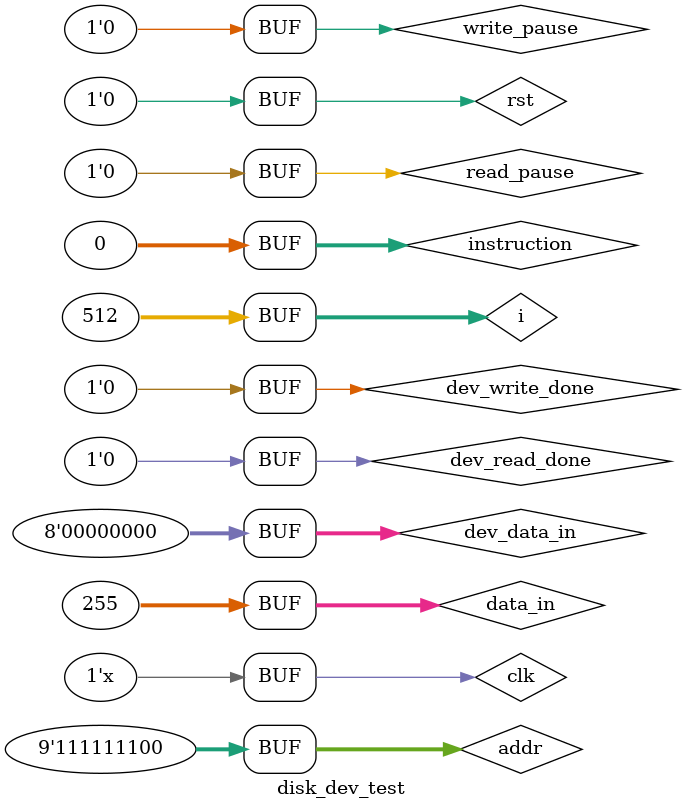
<source format=v>
`timescale 1ns / 1ps


module disk_dev_test;

	// Inputs
	reg clk;
	reg rst;
	reg [8:0] addr;
	reg [31:0] data_in;
	reg [31:0] instruction;
	reg write_pause;
	reg read_pause;
	reg dev_read_done;
	reg dev_write_done;
	reg [7:0] dev_data_in;

	// Outputs
	wire [31:0] data_out;
	wire operate_done;
	wire dev_enable;
	wire dev_we;
	wire [7:0] dev_data_out;

	// Instantiate the Unit Under Test (UUT)
	disk_dev uut (
		.clk(clk), 
		.rst(rst), 
		.addr(addr), 
		.data_in(data_in), 
		.data_out(data_out), 
		.instruction(instruction), 
		.write_pause(write_pause), 
		.read_pause(read_pause), 
		.operate_done(operate_done), 
		.dev_read_done(dev_read_done), 
		.dev_write_done(dev_write_done), 
		.dev_enable(dev_enable), 
		.dev_we(dev_we), 
		.dev_data_out(dev_data_out), 
		.dev_data_in(dev_data_in)
	);

    integer i;
	initial begin
		// Initialize Inputs
		clk = 0;
		rst = 1;
		addr = 0;
		data_in = 0;
		instruction = 0;
		write_pause = 0;
		read_pause = 0;
		dev_read_done = 0;
		dev_write_done = 0;
		dev_data_in = 0;

		// Wait 100 ns for global reset to finish
		#100;
        
		// Add stimulus here
        rst = 0;
        instruction = 32'h80000000;
        for (i = 0; i < 512; i = i + 1) begin
            addr = i;
            data_in = i % 256;
            #4;
        end

        instruction = 32'h00000000;
        for (i = 0; i < 512; i = i + 1) begin
            addr = i >> 2 << 2;
            #4;
        end
	end

    always begin
        #4 clk = ~clk;
    end
      
endmodule


</source>
